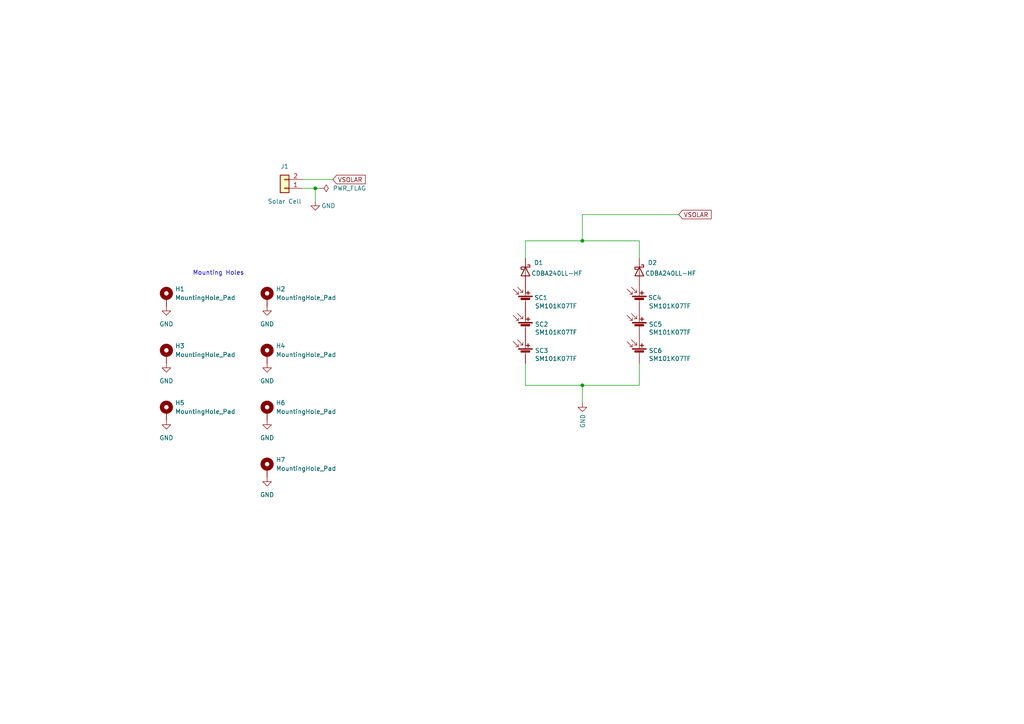
<source format=kicad_sch>
(kicad_sch (version 20211123) (generator eeschema)

  (uuid f3a9b208-99c0-4cbe-be82-ecb049574331)

  (paper "A4")

  (title_block
    (title "Solar Cell PCB - usb side")
    (date "2022-12-31")
    (rev "2")
  )

  (lib_symbols
    (symbol "Connector_Generic:Conn_01x02" (pin_names (offset 1.016) hide) (in_bom yes) (on_board yes)
      (property "Reference" "J" (id 0) (at 0 2.54 0)
        (effects (font (size 1.27 1.27)))
      )
      (property "Value" "Conn_01x02" (id 1) (at 0 -5.08 0)
        (effects (font (size 1.27 1.27)))
      )
      (property "Footprint" "" (id 2) (at 0 0 0)
        (effects (font (size 1.27 1.27)) hide)
      )
      (property "Datasheet" "~" (id 3) (at 0 0 0)
        (effects (font (size 1.27 1.27)) hide)
      )
      (property "ki_keywords" "connector" (id 4) (at 0 0 0)
        (effects (font (size 1.27 1.27)) hide)
      )
      (property "ki_description" "Generic connector, single row, 01x02, script generated (kicad-library-utils/schlib/autogen/connector/)" (id 5) (at 0 0 0)
        (effects (font (size 1.27 1.27)) hide)
      )
      (property "ki_fp_filters" "Connector*:*_1x??_*" (id 6) (at 0 0 0)
        (effects (font (size 1.27 1.27)) hide)
      )
      (symbol "Conn_01x02_1_1"
        (rectangle (start -1.27 -2.413) (end 0 -2.667)
          (stroke (width 0.1524) (type default) (color 0 0 0 0))
          (fill (type none))
        )
        (rectangle (start -1.27 0.127) (end 0 -0.127)
          (stroke (width 0.1524) (type default) (color 0 0 0 0))
          (fill (type none))
        )
        (rectangle (start -1.27 1.27) (end 1.27 -3.81)
          (stroke (width 0.254) (type default) (color 0 0 0 0))
          (fill (type background))
        )
        (pin passive line (at -5.08 0 0) (length 3.81)
          (name "Pin_1" (effects (font (size 1.27 1.27))))
          (number "1" (effects (font (size 1.27 1.27))))
        )
        (pin passive line (at -5.08 -2.54 0) (length 3.81)
          (name "Pin_2" (effects (font (size 1.27 1.27))))
          (number "2" (effects (font (size 1.27 1.27))))
        )
      )
    )
    (symbol "Device:D_Schottky" (pin_numbers hide) (pin_names (offset 1.016) hide) (in_bom yes) (on_board yes)
      (property "Reference" "D" (id 0) (at 0 2.54 0)
        (effects (font (size 1.27 1.27)))
      )
      (property "Value" "D_Schottky" (id 1) (at 0 -2.54 0)
        (effects (font (size 1.27 1.27)))
      )
      (property "Footprint" "" (id 2) (at 0 0 0)
        (effects (font (size 1.27 1.27)) hide)
      )
      (property "Datasheet" "~" (id 3) (at 0 0 0)
        (effects (font (size 1.27 1.27)) hide)
      )
      (property "ki_keywords" "diode Schottky" (id 4) (at 0 0 0)
        (effects (font (size 1.27 1.27)) hide)
      )
      (property "ki_description" "Schottky diode" (id 5) (at 0 0 0)
        (effects (font (size 1.27 1.27)) hide)
      )
      (property "ki_fp_filters" "TO-???* *_Diode_* *SingleDiode* D_*" (id 6) (at 0 0 0)
        (effects (font (size 1.27 1.27)) hide)
      )
      (symbol "D_Schottky_0_1"
        (polyline
          (pts
            (xy 1.27 0)
            (xy -1.27 0)
          )
          (stroke (width 0) (type default) (color 0 0 0 0))
          (fill (type none))
        )
        (polyline
          (pts
            (xy 1.27 1.27)
            (xy 1.27 -1.27)
            (xy -1.27 0)
            (xy 1.27 1.27)
          )
          (stroke (width 0.254) (type default) (color 0 0 0 0))
          (fill (type none))
        )
        (polyline
          (pts
            (xy -1.905 0.635)
            (xy -1.905 1.27)
            (xy -1.27 1.27)
            (xy -1.27 -1.27)
            (xy -0.635 -1.27)
            (xy -0.635 -0.635)
          )
          (stroke (width 0.254) (type default) (color 0 0 0 0))
          (fill (type none))
        )
      )
      (symbol "D_Schottky_1_1"
        (pin passive line (at -3.81 0 0) (length 2.54)
          (name "K" (effects (font (size 1.27 1.27))))
          (number "1" (effects (font (size 1.27 1.27))))
        )
        (pin passive line (at 3.81 0 180) (length 2.54)
          (name "A" (effects (font (size 1.27 1.27))))
          (number "2" (effects (font (size 1.27 1.27))))
        )
      )
    )
    (symbol "Device:Solar_Cell" (pin_numbers hide) (pin_names (offset 0) hide) (in_bom yes) (on_board yes)
      (property "Reference" "SC" (id 0) (at 2.54 2.54 0)
        (effects (font (size 1.27 1.27)) (justify left))
      )
      (property "Value" "Solar_Cell" (id 1) (at 2.54 0 0)
        (effects (font (size 1.27 1.27)) (justify left))
      )
      (property "Footprint" "" (id 2) (at 0 1.524 90)
        (effects (font (size 1.27 1.27)) hide)
      )
      (property "Datasheet" "~" (id 3) (at 0 1.524 90)
        (effects (font (size 1.27 1.27)) hide)
      )
      (property "ki_keywords" "solar cell" (id 4) (at 0 0 0)
        (effects (font (size 1.27 1.27)) hide)
      )
      (property "ki_description" "Single solar cell" (id 5) (at 0 0 0)
        (effects (font (size 1.27 1.27)) hide)
      )
      (symbol "Solar_Cell_0_1"
        (rectangle (start -2.032 1.778) (end 2.032 1.524)
          (stroke (width 0) (type default) (color 0 0 0 0))
          (fill (type outline))
        )
        (rectangle (start -1.3208 1.1938) (end 1.27 0.6858)
          (stroke (width 0) (type default) (color 0 0 0 0))
          (fill (type outline))
        )
        (polyline
          (pts
            (xy -2.032 2.286)
            (xy -3.556 3.81)
          )
          (stroke (width 0) (type default) (color 0 0 0 0))
          (fill (type none))
        )
        (polyline
          (pts
            (xy -0.762 2.794)
            (xy -2.286 4.318)
          )
          (stroke (width 0) (type default) (color 0 0 0 0))
          (fill (type none))
        )
        (polyline
          (pts
            (xy 0 0.762)
            (xy 0 0)
          )
          (stroke (width 0) (type default) (color 0 0 0 0))
          (fill (type none))
        )
        (polyline
          (pts
            (xy 0 1.778)
            (xy 0 2.54)
          )
          (stroke (width 0) (type default) (color 0 0 0 0))
          (fill (type none))
        )
        (polyline
          (pts
            (xy 0.254 2.667)
            (xy 1.27 2.667)
          )
          (stroke (width 0.254) (type default) (color 0 0 0 0))
          (fill (type none))
        )
        (polyline
          (pts
            (xy 0.762 3.175)
            (xy 0.762 2.159)
          )
          (stroke (width 0.254) (type default) (color 0 0 0 0))
          (fill (type none))
        )
        (polyline
          (pts
            (xy -2.032 3.048)
            (xy -2.032 2.286)
            (xy -2.794 2.286)
          )
          (stroke (width 0) (type default) (color 0 0 0 0))
          (fill (type none))
        )
        (polyline
          (pts
            (xy -0.762 3.556)
            (xy -0.762 2.794)
            (xy -1.524 2.794)
          )
          (stroke (width 0) (type default) (color 0 0 0 0))
          (fill (type none))
        )
      )
      (symbol "Solar_Cell_1_1"
        (pin passive line (at 0 5.08 270) (length 2.54)
          (name "+" (effects (font (size 1.27 1.27))))
          (number "1" (effects (font (size 1.27 1.27))))
        )
        (pin passive line (at 0 -2.54 90) (length 2.54)
          (name "-" (effects (font (size 1.27 1.27))))
          (number "2" (effects (font (size 1.27 1.27))))
        )
      )
    )
    (symbol "Mechanical:MountingHole_Pad" (pin_numbers hide) (pin_names (offset 1.016) hide) (in_bom yes) (on_board yes)
      (property "Reference" "H" (id 0) (at 0 6.35 0)
        (effects (font (size 1.27 1.27)))
      )
      (property "Value" "MountingHole_Pad" (id 1) (at 0 4.445 0)
        (effects (font (size 1.27 1.27)))
      )
      (property "Footprint" "" (id 2) (at 0 0 0)
        (effects (font (size 1.27 1.27)) hide)
      )
      (property "Datasheet" "~" (id 3) (at 0 0 0)
        (effects (font (size 1.27 1.27)) hide)
      )
      (property "ki_keywords" "mounting hole" (id 4) (at 0 0 0)
        (effects (font (size 1.27 1.27)) hide)
      )
      (property "ki_description" "Mounting Hole with connection" (id 5) (at 0 0 0)
        (effects (font (size 1.27 1.27)) hide)
      )
      (property "ki_fp_filters" "MountingHole*Pad*" (id 6) (at 0 0 0)
        (effects (font (size 1.27 1.27)) hide)
      )
      (symbol "MountingHole_Pad_0_1"
        (circle (center 0 1.27) (radius 1.27)
          (stroke (width 1.27) (type default) (color 0 0 0 0))
          (fill (type none))
        )
      )
      (symbol "MountingHole_Pad_1_1"
        (pin input line (at 0 -2.54 90) (length 2.54)
          (name "1" (effects (font (size 1.27 1.27))))
          (number "1" (effects (font (size 1.27 1.27))))
        )
      )
    )
    (symbol "power:GND" (power) (pin_names (offset 0)) (in_bom yes) (on_board yes)
      (property "Reference" "#PWR" (id 0) (at 0 -6.35 0)
        (effects (font (size 1.27 1.27)) hide)
      )
      (property "Value" "GND" (id 1) (at 0 -3.81 0)
        (effects (font (size 1.27 1.27)))
      )
      (property "Footprint" "" (id 2) (at 0 0 0)
        (effects (font (size 1.27 1.27)) hide)
      )
      (property "Datasheet" "" (id 3) (at 0 0 0)
        (effects (font (size 1.27 1.27)) hide)
      )
      (property "ki_keywords" "power-flag" (id 4) (at 0 0 0)
        (effects (font (size 1.27 1.27)) hide)
      )
      (property "ki_description" "Power symbol creates a global label with name \"GND\" , ground" (id 5) (at 0 0 0)
        (effects (font (size 1.27 1.27)) hide)
      )
      (symbol "GND_0_1"
        (polyline
          (pts
            (xy 0 0)
            (xy 0 -1.27)
            (xy 1.27 -1.27)
            (xy 0 -2.54)
            (xy -1.27 -1.27)
            (xy 0 -1.27)
          )
          (stroke (width 0) (type default) (color 0 0 0 0))
          (fill (type none))
        )
      )
      (symbol "GND_1_1"
        (pin power_in line (at 0 0 270) (length 0) hide
          (name "GND" (effects (font (size 1.27 1.27))))
          (number "1" (effects (font (size 1.27 1.27))))
        )
      )
    )
    (symbol "power:PWR_FLAG" (power) (pin_numbers hide) (pin_names (offset 0) hide) (in_bom yes) (on_board yes)
      (property "Reference" "#FLG" (id 0) (at 0 1.905 0)
        (effects (font (size 1.27 1.27)) hide)
      )
      (property "Value" "PWR_FLAG" (id 1) (at 0 3.81 0)
        (effects (font (size 1.27 1.27)))
      )
      (property "Footprint" "" (id 2) (at 0 0 0)
        (effects (font (size 1.27 1.27)) hide)
      )
      (property "Datasheet" "~" (id 3) (at 0 0 0)
        (effects (font (size 1.27 1.27)) hide)
      )
      (property "ki_keywords" "power-flag" (id 4) (at 0 0 0)
        (effects (font (size 1.27 1.27)) hide)
      )
      (property "ki_description" "Special symbol for telling ERC where power comes from" (id 5) (at 0 0 0)
        (effects (font (size 1.27 1.27)) hide)
      )
      (symbol "PWR_FLAG_0_0"
        (pin power_out line (at 0 0 90) (length 0)
          (name "pwr" (effects (font (size 1.27 1.27))))
          (number "1" (effects (font (size 1.27 1.27))))
        )
      )
      (symbol "PWR_FLAG_0_1"
        (polyline
          (pts
            (xy 0 0)
            (xy 0 1.27)
            (xy -1.016 1.905)
            (xy 0 2.54)
            (xy 1.016 1.905)
            (xy 0 1.27)
          )
          (stroke (width 0) (type default) (color 0 0 0 0))
          (fill (type none))
        )
      )
    )
  )

  (junction (at 168.91 69.85) (diameter 0) (color 0 0 0 0)
    (uuid 76be217b-7652-4ccb-9b7d-a8456454e506)
  )
  (junction (at 168.91 111.76) (diameter 0) (color 0 0 0 0)
    (uuid c36a0e69-567d-49d9-9990-34c909f3ab4a)
  )
  (junction (at 91.44 54.61) (diameter 0) (color 0 0 0 0)
    (uuid d7f73dfe-519f-4be5-8ce7-44981469c40b)
  )

  (wire (pts (xy 196.85 62.23) (xy 168.91 62.23))
    (stroke (width 0) (type default) (color 0 0 0 0))
    (uuid 09daf42f-a0ea-4544-804a-c85b3e0911a3)
  )
  (wire (pts (xy 91.44 54.61) (xy 87.63 54.61))
    (stroke (width 0) (type default) (color 0 0 0 0))
    (uuid 2cc860c4-50fa-403e-a8c8-b7dfee93d1b9)
  )
  (wire (pts (xy 92.71 54.61) (xy 91.44 54.61))
    (stroke (width 0) (type default) (color 0 0 0 0))
    (uuid 3fca7b95-1ce8-4c85-9e20-5287af1f00a4)
  )
  (wire (pts (xy 185.42 69.85) (xy 185.42 74.93))
    (stroke (width 0) (type default) (color 0 0 0 0))
    (uuid 640f3a59-24a7-4967-867b-8b323b3b59fd)
  )
  (wire (pts (xy 168.91 62.23) (xy 168.91 69.85))
    (stroke (width 0) (type default) (color 0 0 0 0))
    (uuid 69b925f9-a0bb-4d22-b943-749db68ec0e3)
  )
  (wire (pts (xy 152.4 74.93) (xy 152.4 69.85))
    (stroke (width 0) (type default) (color 0 0 0 0))
    (uuid 732a25f1-cbb7-4b62-b096-b1bdf26084aa)
  )
  (wire (pts (xy 91.44 54.61) (xy 91.44 58.42))
    (stroke (width 0) (type default) (color 0 0 0 0))
    (uuid 7eb9f528-f170-4e0e-a885-22f41c8b743b)
  )
  (wire (pts (xy 168.91 69.85) (xy 185.42 69.85))
    (stroke (width 0) (type default) (color 0 0 0 0))
    (uuid 953c1627-f540-47ed-82dd-84c722be1137)
  )
  (wire (pts (xy 168.91 111.76) (xy 185.42 111.76))
    (stroke (width 0) (type default) (color 0 0 0 0))
    (uuid cf742761-4cbe-4d02-b09e-4e7302edfcd5)
  )
  (wire (pts (xy 152.4 105.41) (xy 152.4 111.76))
    (stroke (width 0) (type default) (color 0 0 0 0))
    (uuid dd4c9bb0-20f6-41ec-ab0b-7060d50d640a)
  )
  (wire (pts (xy 96.52 52.07) (xy 87.63 52.07))
    (stroke (width 0) (type default) (color 0 0 0 0))
    (uuid e1c1511c-8e93-46e1-8496-55bfccb03696)
  )
  (wire (pts (xy 168.91 111.76) (xy 168.91 116.84))
    (stroke (width 0) (type default) (color 0 0 0 0))
    (uuid e471bbc2-9dd7-45d0-a6de-61ae9b8cc08b)
  )
  (wire (pts (xy 152.4 69.85) (xy 168.91 69.85))
    (stroke (width 0) (type default) (color 0 0 0 0))
    (uuid ef6c3e80-2000-4d8c-96c8-14cc775d5b31)
  )
  (wire (pts (xy 185.42 105.41) (xy 185.42 111.76))
    (stroke (width 0) (type default) (color 0 0 0 0))
    (uuid f2e7aeed-f5d2-4c43-8bf3-5d5a5f975114)
  )
  (wire (pts (xy 152.4 111.76) (xy 168.91 111.76))
    (stroke (width 0) (type default) (color 0 0 0 0))
    (uuid fd0f3e38-4223-442a-9bc9-788df4455a86)
  )

  (text "Mounting Holes" (at 55.88 80.01 0)
    (effects (font (size 1.27 1.27)) (justify left bottom))
    (uuid 87a895d3-5dec-4998-a837-9f2a9bfce12e)
  )

  (global_label "VSOLAR" (shape input) (at 196.85 62.23 0) (fields_autoplaced)
    (effects (font (size 1.27 1.27)) (justify left))
    (uuid 7c07e0d9-92a3-4ebf-a7f8-06a355b687a3)
    (property "Intersheet References" "${INTERSHEET_REFS}" (id 0) (at 15.24 -5.08 0)
      (effects (font (size 1.27 1.27)) hide)
    )
  )
  (global_label "VSOLAR" (shape input) (at 96.52 52.07 0) (fields_autoplaced)
    (effects (font (size 1.27 1.27)) (justify left))
    (uuid 91f0eb72-2f3d-4198-af38-d4bcfdd66995)
    (property "Intersheet References" "${INTERSHEET_REFS}" (id 0) (at 105.9483 51.9906 0)
      (effects (font (size 1.27 1.27)) (justify left) hide)
    )
  )

  (symbol (lib_id "power:GND") (at 91.44 58.42 0) (unit 1)
    (in_bom yes) (on_board yes)
    (uuid 00504bc4-cc86-4e68-9a82-9786c40b39bd)
    (property "Reference" "#PWR0102" (id 0) (at 91.44 64.77 0)
      (effects (font (size 1.27 1.27)) hide)
    )
    (property "Value" "GND" (id 1) (at 95.25 59.69 0))
    (property "Footprint" "" (id 2) (at 91.44 58.42 0)
      (effects (font (size 1.27 1.27)) hide)
    )
    (property "Datasheet" "" (id 3) (at 91.44 58.42 0)
      (effects (font (size 1.27 1.27)) hide)
    )
    (pin "1" (uuid d19f05ba-9875-4b7c-8b29-e9ce9b6ba018))
  )

  (symbol (lib_id "Device:Solar_Cell") (at 185.42 87.63 0) (unit 1)
    (in_bom yes) (on_board yes)
    (uuid 063a2706-f978-47ad-83dc-9ba1cc089e4e)
    (property "Reference" "SC4" (id 0) (at 187.96 86.36 0)
      (effects (font (size 1.27 1.27)) (justify left))
    )
    (property "Value" "SM101K07TF" (id 1) (at 188.1632 88.773 0)
      (effects (font (size 1.27 1.27)) (justify left))
    )
    (property "Footprint" "ISP:SM101K07TF" (id 2) (at 185.42 86.106 90)
      (effects (font (size 1.27 1.27)) hide)
    )
    (property "Datasheet" "~" (id 3) (at 185.42 86.106 90)
      (effects (font (size 1.27 1.27)) hide)
    )
    (pin "1" (uuid 789d9cbd-3541-4afc-80b1-7ed411b7e827))
    (pin "2" (uuid 79282b33-69f3-4688-8be5-2352d5ad1057))
  )

  (symbol (lib_id "power:GND") (at 77.47 88.9 0) (unit 1)
    (in_bom yes) (on_board yes) (fields_autoplaced)
    (uuid 1a22f371-3aac-4613-b7e8-dacc06223eb2)
    (property "Reference" "#PWR0106" (id 0) (at 77.47 95.25 0)
      (effects (font (size 1.27 1.27)) hide)
    )
    (property "Value" "GND" (id 1) (at 77.47 93.98 0))
    (property "Footprint" "" (id 2) (at 77.47 88.9 0)
      (effects (font (size 1.27 1.27)) hide)
    )
    (property "Datasheet" "" (id 3) (at 77.47 88.9 0)
      (effects (font (size 1.27 1.27)) hide)
    )
    (pin "1" (uuid 7e7aa7b9-4d8f-48f0-bb76-492591418ea7))
  )

  (symbol (lib_id "Device:Solar_Cell") (at 185.42 102.87 0) (unit 1)
    (in_bom yes) (on_board yes)
    (uuid 1fa47e33-17e0-47da-baef-d8841fc1c0aa)
    (property "Reference" "SC6" (id 0) (at 188.1632 101.7016 0)
      (effects (font (size 1.27 1.27)) (justify left))
    )
    (property "Value" "SM101K07TF" (id 1) (at 188.1632 104.013 0)
      (effects (font (size 1.27 1.27)) (justify left))
    )
    (property "Footprint" "ISP:SM101K07TF" (id 2) (at 185.42 101.346 90)
      (effects (font (size 1.27 1.27)) hide)
    )
    (property "Datasheet" "~" (id 3) (at 185.42 101.346 90)
      (effects (font (size 1.27 1.27)) hide)
    )
    (pin "1" (uuid 33bbf0b2-c25c-4b16-a521-4b2d27fcf37c))
    (pin "2" (uuid 8a6d0a2f-c479-40b9-a8a0-554f62e74484))
  )

  (symbol (lib_id "Mechanical:MountingHole_Pad") (at 77.47 119.38 0) (unit 1)
    (in_bom yes) (on_board yes) (fields_autoplaced)
    (uuid 2236295f-7663-4df7-b57e-1ede5a16c0d7)
    (property "Reference" "H6" (id 0) (at 80.01 116.8399 0)
      (effects (font (size 1.27 1.27)) (justify left))
    )
    (property "Value" "MountingHole_Pad" (id 1) (at 80.01 119.3799 0)
      (effects (font (size 1.27 1.27)) (justify left))
    )
    (property "Footprint" "MountingHole:MountingHole_3.2mm_M3_DIN965_Pad" (id 2) (at 77.47 119.38 0)
      (effects (font (size 1.27 1.27)) hide)
    )
    (property "Datasheet" "~" (id 3) (at 77.47 119.38 0)
      (effects (font (size 1.27 1.27)) hide)
    )
    (pin "1" (uuid d831dd3b-90e8-4809-b1b0-812fba176dd7))
  )

  (symbol (lib_id "power:GND") (at 77.47 105.41 0) (unit 1)
    (in_bom yes) (on_board yes) (fields_autoplaced)
    (uuid 40afb1c2-2333-45e1-8864-973ad2e841d3)
    (property "Reference" "#PWR0105" (id 0) (at 77.47 111.76 0)
      (effects (font (size 1.27 1.27)) hide)
    )
    (property "Value" "GND" (id 1) (at 77.47 110.49 0))
    (property "Footprint" "" (id 2) (at 77.47 105.41 0)
      (effects (font (size 1.27 1.27)) hide)
    )
    (property "Datasheet" "" (id 3) (at 77.47 105.41 0)
      (effects (font (size 1.27 1.27)) hide)
    )
    (pin "1" (uuid 846ba6be-e914-4c53-b3bb-4b2df4e085e1))
  )

  (symbol (lib_id "Connector_Generic:Conn_01x02") (at 82.55 54.61 180) (unit 1)
    (in_bom yes) (on_board yes)
    (uuid 4d99938a-fe34-4ad4-80dd-a370c85df5e7)
    (property "Reference" "J1" (id 0) (at 82.55 48.26 0))
    (property "Value" "Solar Cell" (id 1) (at 82.55 58.42 0))
    (property "Footprint" "Molex_PicoLock_2p_2mm_2053380002:2053380002" (id 2) (at 82.55 54.61 0)
      (effects (font (size 1.27 1.27)) hide)
    )
    (property "Datasheet" "~" (id 3) (at 82.55 54.61 0)
      (effects (font (size 1.27 1.27)) hide)
    )
    (pin "1" (uuid 6967ec24-6330-4da0-ae5a-a758374888c5))
    (pin "2" (uuid df10f6e0-06e4-4bd5-8c4a-f2596d4b5ae5))
  )

  (symbol (lib_id "Device:Solar_Cell") (at 152.4 102.87 0) (unit 1)
    (in_bom yes) (on_board yes)
    (uuid 51a2a346-e708-49e5-be53-9c30a40c09bb)
    (property "Reference" "SC3" (id 0) (at 155.1432 101.7016 0)
      (effects (font (size 1.27 1.27)) (justify left))
    )
    (property "Value" "SM101K07TF" (id 1) (at 155.1432 104.013 0)
      (effects (font (size 1.27 1.27)) (justify left))
    )
    (property "Footprint" "ISP:SM101K07TF" (id 2) (at 152.4 101.346 90)
      (effects (font (size 1.27 1.27)) hide)
    )
    (property "Datasheet" "~" (id 3) (at 152.4 101.346 90)
      (effects (font (size 1.27 1.27)) hide)
    )
    (pin "1" (uuid 0c880659-2641-4a26-9275-45b8ef7d1040))
    (pin "2" (uuid b973ded1-8f90-4bab-a5c9-4666919b7659))
  )

  (symbol (lib_id "power:GND") (at 48.26 121.92 0) (unit 1)
    (in_bom yes) (on_board yes) (fields_autoplaced)
    (uuid 5fd6fd0b-b38c-4829-9eb3-2f584ac11f61)
    (property "Reference" "#PWR0109" (id 0) (at 48.26 128.27 0)
      (effects (font (size 1.27 1.27)) hide)
    )
    (property "Value" "GND" (id 1) (at 48.26 127 0))
    (property "Footprint" "" (id 2) (at 48.26 121.92 0)
      (effects (font (size 1.27 1.27)) hide)
    )
    (property "Datasheet" "" (id 3) (at 48.26 121.92 0)
      (effects (font (size 1.27 1.27)) hide)
    )
    (pin "1" (uuid 095e8b8d-0e76-40c1-8f37-4cc20c7d8224))
  )

  (symbol (lib_id "Mechanical:MountingHole_Pad") (at 77.47 102.87 0) (unit 1)
    (in_bom yes) (on_board yes) (fields_autoplaced)
    (uuid 63278920-5bce-48f6-b351-4877851dd138)
    (property "Reference" "H4" (id 0) (at 80.01 100.3299 0)
      (effects (font (size 1.27 1.27)) (justify left))
    )
    (property "Value" "MountingHole_Pad" (id 1) (at 80.01 102.8699 0)
      (effects (font (size 1.27 1.27)) (justify left))
    )
    (property "Footprint" "MountingHole:MountingHole_3.2mm_M3_DIN965_Pad" (id 2) (at 77.47 102.87 0)
      (effects (font (size 1.27 1.27)) hide)
    )
    (property "Datasheet" "~" (id 3) (at 77.47 102.87 0)
      (effects (font (size 1.27 1.27)) hide)
    )
    (pin "1" (uuid 0e189a9a-cdca-4b0a-9543-db9ce49ea17f))
  )

  (symbol (lib_id "power:GND") (at 48.26 88.9 0) (unit 1)
    (in_bom yes) (on_board yes) (fields_autoplaced)
    (uuid 6752fdcd-60f6-412e-850d-8624848d3e62)
    (property "Reference" "#PWR0104" (id 0) (at 48.26 95.25 0)
      (effects (font (size 1.27 1.27)) hide)
    )
    (property "Value" "GND" (id 1) (at 48.26 93.98 0))
    (property "Footprint" "" (id 2) (at 48.26 88.9 0)
      (effects (font (size 1.27 1.27)) hide)
    )
    (property "Datasheet" "" (id 3) (at 48.26 88.9 0)
      (effects (font (size 1.27 1.27)) hide)
    )
    (pin "1" (uuid c5b9f4b3-35d1-44b8-a23b-842eec055361))
  )

  (symbol (lib_id "Device:Solar_Cell") (at 152.4 95.25 0) (unit 1)
    (in_bom yes) (on_board yes)
    (uuid 7287c42c-5467-497f-b931-93f4c9b94546)
    (property "Reference" "SC2" (id 0) (at 155.1432 94.0816 0)
      (effects (font (size 1.27 1.27)) (justify left))
    )
    (property "Value" "SM101K07TF" (id 1) (at 155.1432 96.393 0)
      (effects (font (size 1.27 1.27)) (justify left))
    )
    (property "Footprint" "ISP:SM101K07TF" (id 2) (at 152.4 93.726 90)
      (effects (font (size 1.27 1.27)) hide)
    )
    (property "Datasheet" "~" (id 3) (at 152.4 93.726 90)
      (effects (font (size 1.27 1.27)) hide)
    )
    (pin "1" (uuid b8a175c2-ebf9-4fe6-80a1-9cd4ead70ca0))
    (pin "2" (uuid 78fc57e1-c0db-4487-8301-65a0638e8102))
  )

  (symbol (lib_id "Mechanical:MountingHole_Pad") (at 48.26 119.38 0) (unit 1)
    (in_bom yes) (on_board yes) (fields_autoplaced)
    (uuid 799054c8-4602-4e8c-8ddb-c8a661b457d3)
    (property "Reference" "H5" (id 0) (at 50.8 116.8399 0)
      (effects (font (size 1.27 1.27)) (justify left))
    )
    (property "Value" "MountingHole_Pad" (id 1) (at 50.8 119.3799 0)
      (effects (font (size 1.27 1.27)) (justify left))
    )
    (property "Footprint" "MountingHole:MountingHole_3.2mm_M3_DIN965_Pad" (id 2) (at 48.26 119.38 0)
      (effects (font (size 1.27 1.27)) hide)
    )
    (property "Datasheet" "~" (id 3) (at 48.26 119.38 0)
      (effects (font (size 1.27 1.27)) hide)
    )
    (pin "1" (uuid fc292734-e184-4986-8696-dd1fbdaedfcf))
  )

  (symbol (lib_id "power:GND") (at 77.47 121.92 0) (unit 1)
    (in_bom yes) (on_board yes) (fields_autoplaced)
    (uuid 7bc51857-9b8e-4f03-b89f-a0705c9a1b85)
    (property "Reference" "#PWR0110" (id 0) (at 77.47 128.27 0)
      (effects (font (size 1.27 1.27)) hide)
    )
    (property "Value" "GND" (id 1) (at 77.47 127 0))
    (property "Footprint" "" (id 2) (at 77.47 121.92 0)
      (effects (font (size 1.27 1.27)) hide)
    )
    (property "Datasheet" "" (id 3) (at 77.47 121.92 0)
      (effects (font (size 1.27 1.27)) hide)
    )
    (pin "1" (uuid 15fc9519-50cf-44dd-ad93-768b6bf83196))
  )

  (symbol (lib_id "Device:Solar_Cell") (at 152.4 87.63 0) (unit 1)
    (in_bom yes) (on_board yes)
    (uuid 877a22b9-2802-4a44-984a-d80aab267ae1)
    (property "Reference" "SC1" (id 0) (at 154.94 86.36 0)
      (effects (font (size 1.27 1.27)) (justify left))
    )
    (property "Value" "SM101K07TF" (id 1) (at 155.1432 88.773 0)
      (effects (font (size 1.27 1.27)) (justify left))
    )
    (property "Footprint" "ISP:SM101K07TF" (id 2) (at 152.4 86.106 90)
      (effects (font (size 1.27 1.27)) hide)
    )
    (property "Datasheet" "~" (id 3) (at 152.4 86.106 90)
      (effects (font (size 1.27 1.27)) hide)
    )
    (pin "1" (uuid 37798aa2-b493-4754-856d-2707fc60c429))
    (pin "2" (uuid 50dbebab-f1fd-4576-997f-f7c2fc1337d8))
  )

  (symbol (lib_id "power:GND") (at 48.26 105.41 0) (unit 1)
    (in_bom yes) (on_board yes) (fields_autoplaced)
    (uuid 91261c1b-c5e3-42e6-bddc-8901ec7fcfc4)
    (property "Reference" "#PWR0103" (id 0) (at 48.26 111.76 0)
      (effects (font (size 1.27 1.27)) hide)
    )
    (property "Value" "GND" (id 1) (at 48.26 110.49 0))
    (property "Footprint" "" (id 2) (at 48.26 105.41 0)
      (effects (font (size 1.27 1.27)) hide)
    )
    (property "Datasheet" "" (id 3) (at 48.26 105.41 0)
      (effects (font (size 1.27 1.27)) hide)
    )
    (pin "1" (uuid 8f81d790-5bc9-4aad-9a9f-d06589024b0e))
  )

  (symbol (lib_id "Mechanical:MountingHole_Pad") (at 77.47 135.89 0) (unit 1)
    (in_bom yes) (on_board yes) (fields_autoplaced)
    (uuid a6717815-50da-423c-b99b-952ad2b012fb)
    (property "Reference" "H7" (id 0) (at 80.01 133.3499 0)
      (effects (font (size 1.27 1.27)) (justify left))
    )
    (property "Value" "MountingHole_Pad" (id 1) (at 80.01 135.8899 0)
      (effects (font (size 1.27 1.27)) (justify left))
    )
    (property "Footprint" "MountingHole:MountingHole_3.2mm_M3_DIN965_Pad" (id 2) (at 77.47 135.89 0)
      (effects (font (size 1.27 1.27)) hide)
    )
    (property "Datasheet" "~" (id 3) (at 77.47 135.89 0)
      (effects (font (size 1.27 1.27)) hide)
    )
    (pin "1" (uuid 59d9e5df-2d83-4674-a92a-a60d3425af0d))
  )

  (symbol (lib_id "power:PWR_FLAG") (at 92.71 54.61 270) (unit 1)
    (in_bom yes) (on_board yes) (fields_autoplaced)
    (uuid a76c553c-6655-449c-8b01-b1f1618b22b2)
    (property "Reference" "#FLG0101" (id 0) (at 94.615 54.61 0)
      (effects (font (size 1.27 1.27)) hide)
    )
    (property "Value" "PWR_FLAG" (id 1) (at 96.52 54.6099 90)
      (effects (font (size 1.27 1.27)) (justify left))
    )
    (property "Footprint" "" (id 2) (at 92.71 54.61 0)
      (effects (font (size 1.27 1.27)) hide)
    )
    (property "Datasheet" "~" (id 3) (at 92.71 54.61 0)
      (effects (font (size 1.27 1.27)) hide)
    )
    (pin "1" (uuid 8af84a19-2aaf-482f-8217-9009b911ca19))
  )

  (symbol (lib_id "Mechanical:MountingHole_Pad") (at 77.47 86.36 0) (unit 1)
    (in_bom yes) (on_board yes) (fields_autoplaced)
    (uuid be62d6f9-df44-4297-b641-af455017ceca)
    (property "Reference" "H2" (id 0) (at 80.01 83.8199 0)
      (effects (font (size 1.27 1.27)) (justify left))
    )
    (property "Value" "MountingHole_Pad" (id 1) (at 80.01 86.3599 0)
      (effects (font (size 1.27 1.27)) (justify left))
    )
    (property "Footprint" "MountingHole:MountingHole_3.2mm_M3_DIN965_Pad" (id 2) (at 77.47 86.36 0)
      (effects (font (size 1.27 1.27)) hide)
    )
    (property "Datasheet" "~" (id 3) (at 77.47 86.36 0)
      (effects (font (size 1.27 1.27)) hide)
    )
    (pin "1" (uuid 0b674b02-48e6-4fcc-814b-8905558a48a9))
  )

  (symbol (lib_id "Mechanical:MountingHole_Pad") (at 48.26 102.87 0) (unit 1)
    (in_bom yes) (on_board yes)
    (uuid c5e46d39-cd4f-41f4-8e80-9ee00f0b8ee8)
    (property "Reference" "H3" (id 0) (at 50.8 100.3299 0)
      (effects (font (size 1.27 1.27)) (justify left))
    )
    (property "Value" "MountingHole_Pad" (id 1) (at 50.8 102.8699 0)
      (effects (font (size 1.27 1.27)) (justify left))
    )
    (property "Footprint" "MountingHole:MountingHole_3.2mm_M3_DIN965_Pad" (id 2) (at 48.26 102.87 0)
      (effects (font (size 1.27 1.27)) hide)
    )
    (property "Datasheet" "~" (id 3) (at 48.26 102.87 0)
      (effects (font (size 1.27 1.27)) hide)
    )
    (pin "1" (uuid fa02a1dd-51db-4235-9160-f801bc1919cc))
  )

  (symbol (lib_id "power:GND") (at 77.47 138.43 0) (unit 1)
    (in_bom yes) (on_board yes) (fields_autoplaced)
    (uuid c93eb0d5-2495-4909-900f-5e702306228a)
    (property "Reference" "#PWR0107" (id 0) (at 77.47 144.78 0)
      (effects (font (size 1.27 1.27)) hide)
    )
    (property "Value" "GND" (id 1) (at 77.47 143.51 0))
    (property "Footprint" "" (id 2) (at 77.47 138.43 0)
      (effects (font (size 1.27 1.27)) hide)
    )
    (property "Datasheet" "" (id 3) (at 77.47 138.43 0)
      (effects (font (size 1.27 1.27)) hide)
    )
    (pin "1" (uuid a2ee4466-3576-4dab-87fd-42f60bd259db))
  )

  (symbol (lib_id "Mechanical:MountingHole_Pad") (at 48.26 86.36 0) (unit 1)
    (in_bom yes) (on_board yes) (fields_autoplaced)
    (uuid c9687eb6-1723-4ed2-919a-40b1a5dff2e9)
    (property "Reference" "H1" (id 0) (at 50.8 83.8199 0)
      (effects (font (size 1.27 1.27)) (justify left))
    )
    (property "Value" "MountingHole_Pad" (id 1) (at 50.8 86.3599 0)
      (effects (font (size 1.27 1.27)) (justify left))
    )
    (property "Footprint" "MountingHole:MountingHole_3.2mm_M3_DIN965_Pad" (id 2) (at 48.26 86.36 0)
      (effects (font (size 1.27 1.27)) hide)
    )
    (property "Datasheet" "~" (id 3) (at 48.26 86.36 0)
      (effects (font (size 1.27 1.27)) hide)
    )
    (pin "1" (uuid d66b9e1f-d3d7-4753-aed0-027d029c95a1))
  )

  (symbol (lib_id "Device:Solar_Cell") (at 185.42 95.25 0) (unit 1)
    (in_bom yes) (on_board yes)
    (uuid ccc1bc5b-ad6e-4535-8774-55dbafd4bc00)
    (property "Reference" "SC5" (id 0) (at 188.1632 94.0816 0)
      (effects (font (size 1.27 1.27)) (justify left))
    )
    (property "Value" "SM101K07TF" (id 1) (at 188.1632 96.393 0)
      (effects (font (size 1.27 1.27)) (justify left))
    )
    (property "Footprint" "ISP:SM101K07TF" (id 2) (at 185.42 93.726 90)
      (effects (font (size 1.27 1.27)) hide)
    )
    (property "Datasheet" "~" (id 3) (at 185.42 93.726 90)
      (effects (font (size 1.27 1.27)) hide)
    )
    (pin "1" (uuid d3c2c3d9-02fb-4b9c-a42e-965efd3f4686))
    (pin "2" (uuid 1f0e05af-8f78-48aa-8896-b98190075812))
  )

  (symbol (lib_id "Device:D_Schottky") (at 185.42 78.74 270) (unit 1)
    (in_bom yes) (on_board yes)
    (uuid f22a8813-6961-47d2-b8db-800b47a6983d)
    (property "Reference" "D2" (id 0) (at 189.23 76.2 90))
    (property "Value" "CDBA240LL-HF" (id 1) (at 201.93 80.01 90)
      (effects (font (size 1.27 1.27)) (justify right bottom))
    )
    (property "Footprint" "ISP:DO-214AC" (id 2) (at 185.42 78.74 0)
      (effects (font (size 1.27 1.27)) hide)
    )
    (property "Datasheet" "~" (id 3) (at 185.42 78.74 0)
      (effects (font (size 1.27 1.27)) hide)
    )
    (pin "1" (uuid c8fc8086-9dbd-4feb-9f80-37e9bb028f2b))
    (pin "2" (uuid 3782be6a-540f-4819-8cff-d96ef991aa98))
  )

  (symbol (lib_id "power:GND") (at 168.91 116.84 0) (unit 1)
    (in_bom yes) (on_board yes)
    (uuid f3b4c4dc-3221-4007-9f62-ac1e912a6029)
    (property "Reference" "#PWR0101" (id 0) (at 168.91 123.19 0)
      (effects (font (size 1.27 1.27)) hide)
    )
    (property "Value" "GND" (id 1) (at 169.037 120.0912 90)
      (effects (font (size 1.27 1.27)) (justify right))
    )
    (property "Footprint" "" (id 2) (at 168.91 116.84 0)
      (effects (font (size 1.27 1.27)) hide)
    )
    (property "Datasheet" "" (id 3) (at 168.91 116.84 0)
      (effects (font (size 1.27 1.27)) hide)
    )
    (pin "1" (uuid 3be206c7-c34e-4f80-9dc1-9be6542024ac))
  )

  (symbol (lib_id "Device:D_Schottky") (at 152.4 78.74 270) (unit 1)
    (in_bom yes) (on_board yes)
    (uuid febf706c-4fc4-461e-8065-cb71f90fd129)
    (property "Reference" "D1" (id 0) (at 156.21 76.2 90))
    (property "Value" "CDBA240LL-HF" (id 1) (at 168.91 80.01 90)
      (effects (font (size 1.27 1.27)) (justify right bottom))
    )
    (property "Footprint" "ISP:DO-214AC" (id 2) (at 152.4 78.74 0)
      (effects (font (size 1.27 1.27)) hide)
    )
    (property "Datasheet" "~" (id 3) (at 152.4 78.74 0)
      (effects (font (size 1.27 1.27)) hide)
    )
    (pin "1" (uuid 8482ace3-e5fd-45cb-89bd-c6e281f1cd45))
    (pin "2" (uuid 45f68f49-a318-4b06-94b5-3a43aef5a65a))
  )

  (sheet_instances
    (path "/" (page "1"))
  )

  (symbol_instances
    (path "/a76c553c-6655-449c-8b01-b1f1618b22b2"
      (reference "#FLG0101") (unit 1) (value "PWR_FLAG") (footprint "")
    )
    (path "/f3b4c4dc-3221-4007-9f62-ac1e912a6029"
      (reference "#PWR0101") (unit 1) (value "GND") (footprint "")
    )
    (path "/00504bc4-cc86-4e68-9a82-9786c40b39bd"
      (reference "#PWR0102") (unit 1) (value "GND") (footprint "")
    )
    (path "/91261c1b-c5e3-42e6-bddc-8901ec7fcfc4"
      (reference "#PWR0103") (unit 1) (value "GND") (footprint "")
    )
    (path "/6752fdcd-60f6-412e-850d-8624848d3e62"
      (reference "#PWR0104") (unit 1) (value "GND") (footprint "")
    )
    (path "/40afb1c2-2333-45e1-8864-973ad2e841d3"
      (reference "#PWR0105") (unit 1) (value "GND") (footprint "")
    )
    (path "/1a22f371-3aac-4613-b7e8-dacc06223eb2"
      (reference "#PWR0106") (unit 1) (value "GND") (footprint "")
    )
    (path "/c93eb0d5-2495-4909-900f-5e702306228a"
      (reference "#PWR0107") (unit 1) (value "GND") (footprint "")
    )
    (path "/5fd6fd0b-b38c-4829-9eb3-2f584ac11f61"
      (reference "#PWR0109") (unit 1) (value "GND") (footprint "")
    )
    (path "/7bc51857-9b8e-4f03-b89f-a0705c9a1b85"
      (reference "#PWR0110") (unit 1) (value "GND") (footprint "")
    )
    (path "/febf706c-4fc4-461e-8065-cb71f90fd129"
      (reference "D1") (unit 1) (value "CDBA240LL-HF") (footprint "ISP:DO-214AC")
    )
    (path "/f22a8813-6961-47d2-b8db-800b47a6983d"
      (reference "D2") (unit 1) (value "CDBA240LL-HF") (footprint "ISP:DO-214AC")
    )
    (path "/c9687eb6-1723-4ed2-919a-40b1a5dff2e9"
      (reference "H1") (unit 1) (value "MountingHole_Pad") (footprint "MountingHole:MountingHole_3.2mm_M3_DIN965_Pad")
    )
    (path "/be62d6f9-df44-4297-b641-af455017ceca"
      (reference "H2") (unit 1) (value "MountingHole_Pad") (footprint "MountingHole:MountingHole_3.2mm_M3_DIN965_Pad")
    )
    (path "/c5e46d39-cd4f-41f4-8e80-9ee00f0b8ee8"
      (reference "H3") (unit 1) (value "MountingHole_Pad") (footprint "MountingHole:MountingHole_3.2mm_M3_DIN965_Pad")
    )
    (path "/63278920-5bce-48f6-b351-4877851dd138"
      (reference "H4") (unit 1) (value "MountingHole_Pad") (footprint "MountingHole:MountingHole_3.2mm_M3_DIN965_Pad")
    )
    (path "/799054c8-4602-4e8c-8ddb-c8a661b457d3"
      (reference "H5") (unit 1) (value "MountingHole_Pad") (footprint "MountingHole:MountingHole_3.2mm_M3_DIN965_Pad")
    )
    (path "/2236295f-7663-4df7-b57e-1ede5a16c0d7"
      (reference "H6") (unit 1) (value "MountingHole_Pad") (footprint "MountingHole:MountingHole_3.2mm_M3_DIN965_Pad")
    )
    (path "/a6717815-50da-423c-b99b-952ad2b012fb"
      (reference "H7") (unit 1) (value "MountingHole_Pad") (footprint "MountingHole:MountingHole_3.2mm_M3_DIN965_Pad")
    )
    (path "/4d99938a-fe34-4ad4-80dd-a370c85df5e7"
      (reference "J1") (unit 1) (value "Solar Cell") (footprint "Molex_PicoLock_2p_2mm_2053380002:2053380002")
    )
    (path "/877a22b9-2802-4a44-984a-d80aab267ae1"
      (reference "SC1") (unit 1) (value "SM101K07TF") (footprint "ISP:SM101K07TF")
    )
    (path "/7287c42c-5467-497f-b931-93f4c9b94546"
      (reference "SC2") (unit 1) (value "SM101K07TF") (footprint "ISP:SM101K07TF")
    )
    (path "/51a2a346-e708-49e5-be53-9c30a40c09bb"
      (reference "SC3") (unit 1) (value "SM101K07TF") (footprint "ISP:SM101K07TF")
    )
    (path "/063a2706-f978-47ad-83dc-9ba1cc089e4e"
      (reference "SC4") (unit 1) (value "SM101K07TF") (footprint "ISP:SM101K07TF")
    )
    (path "/ccc1bc5b-ad6e-4535-8774-55dbafd4bc00"
      (reference "SC5") (unit 1) (value "SM101K07TF") (footprint "ISP:SM101K07TF")
    )
    (path "/1fa47e33-17e0-47da-baef-d8841fc1c0aa"
      (reference "SC6") (unit 1) (value "SM101K07TF") (footprint "ISP:SM101K07TF")
    )
  )
)

</source>
